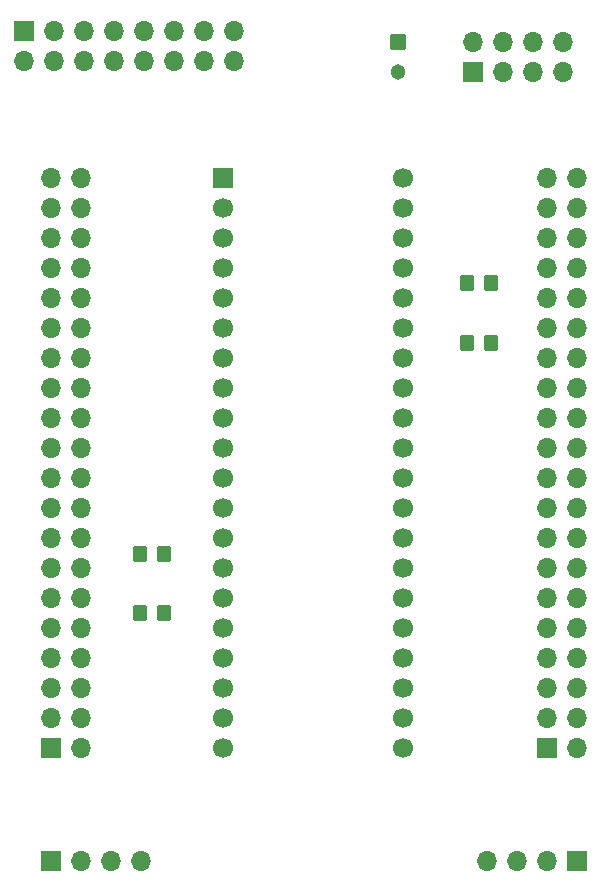
<source format=gbr>
%TF.GenerationSoftware,KiCad,Pcbnew,8.0.6*%
%TF.CreationDate,2024-11-07T15:38:19-03:00*%
%TF.ProjectId,Blue Pill extension board v2 (sin PTH),426c7565-2050-4696-9c6c-20657874656e,rev?*%
%TF.SameCoordinates,Original*%
%TF.FileFunction,Soldermask,Top*%
%TF.FilePolarity,Negative*%
%FSLAX46Y46*%
G04 Gerber Fmt 4.6, Leading zero omitted, Abs format (unit mm)*
G04 Created by KiCad (PCBNEW 8.0.6) date 2024-11-07 15:38:19*
%MOMM*%
%LPD*%
G01*
G04 APERTURE LIST*
G04 Aperture macros list*
%AMRoundRect*
0 Rectangle with rounded corners*
0 $1 Rounding radius*
0 $2 $3 $4 $5 $6 $7 $8 $9 X,Y pos of 4 corners*
0 Add a 4 corners polygon primitive as box body*
4,1,4,$2,$3,$4,$5,$6,$7,$8,$9,$2,$3,0*
0 Add four circle primitives for the rounded corners*
1,1,$1+$1,$2,$3*
1,1,$1+$1,$4,$5*
1,1,$1+$1,$6,$7*
1,1,$1+$1,$8,$9*
0 Add four rect primitives between the rounded corners*
20,1,$1+$1,$2,$3,$4,$5,0*
20,1,$1+$1,$4,$5,$6,$7,0*
20,1,$1+$1,$6,$7,$8,$9,0*
20,1,$1+$1,$8,$9,$2,$3,0*%
G04 Aperture macros list end*
%ADD10R,1.700000X1.700000*%
%ADD11O,1.700000X1.700000*%
%ADD12C,1.700000*%
%ADD13RoundRect,0.250000X-0.350000X-0.450000X0.350000X-0.450000X0.350000X0.450000X-0.350000X0.450000X0*%
%ADD14C,1.304000*%
%ADD15RoundRect,0.102000X-0.550000X0.550000X-0.550000X-0.550000X0.550000X-0.550000X0.550000X0.550000X0*%
%ADD16RoundRect,0.250000X0.350000X0.450000X-0.350000X0.450000X-0.350000X-0.450000X0.350000X-0.450000X0*%
G04 APERTURE END LIST*
D10*
%TO.C,J2*%
X124675000Y-114730000D03*
D11*
X127215000Y-114730000D03*
X124675000Y-112190000D03*
X127215000Y-112190000D03*
X124675000Y-109650000D03*
X127215000Y-109650000D03*
X124675000Y-107110000D03*
X127215000Y-107110000D03*
X124675000Y-104570000D03*
X127215000Y-104570000D03*
X124675000Y-102030000D03*
X127215000Y-102030000D03*
X124675000Y-99490000D03*
X127215000Y-99490000D03*
X124675000Y-96950000D03*
X127215000Y-96950000D03*
X124675000Y-94410000D03*
X127215000Y-94410000D03*
X124675000Y-91870000D03*
X127215000Y-91870000D03*
X124675000Y-89330000D03*
X127215000Y-89330000D03*
X124675000Y-86790000D03*
X127215000Y-86790000D03*
X124675000Y-84250000D03*
X127215000Y-84250000D03*
X124675000Y-81710000D03*
X127215000Y-81710000D03*
X124675000Y-79170000D03*
X127215000Y-79170000D03*
X124675000Y-76630000D03*
X127215000Y-76630000D03*
X124675000Y-74090000D03*
X127215000Y-74090000D03*
X124675000Y-71550000D03*
X127215000Y-71550000D03*
X124675000Y-69010000D03*
X127215000Y-69010000D03*
X124675000Y-66470000D03*
X127215000Y-66470000D03*
%TD*%
D10*
%TO.C,U1*%
X139250000Y-66470000D03*
D12*
X139250000Y-69010000D03*
X139250000Y-71550000D03*
X139250000Y-74090000D03*
X139250000Y-76630000D03*
X139250000Y-79170000D03*
X139250000Y-81710000D03*
X139250000Y-84250000D03*
X139250000Y-86790000D03*
X139250000Y-89330000D03*
X139250000Y-91870000D03*
X139250000Y-94410000D03*
X139250000Y-96950000D03*
X139250000Y-99490000D03*
X139250000Y-102030000D03*
X139250000Y-104570000D03*
X139250000Y-107110000D03*
X139250000Y-109650000D03*
X139250000Y-112190000D03*
X139250000Y-114730000D03*
X154490000Y-114730000D03*
X154490000Y-112190000D03*
X154490000Y-109650000D03*
X154490000Y-107110000D03*
X154490000Y-104570000D03*
X154490000Y-102030000D03*
X154490000Y-99490000D03*
X154490000Y-96950000D03*
X154490000Y-94410000D03*
X154490000Y-91870000D03*
X154490000Y-89330000D03*
X154490000Y-86790000D03*
X154490000Y-84250000D03*
X154490000Y-81710000D03*
X154490000Y-79170000D03*
X154490000Y-76630000D03*
X154490000Y-74090000D03*
X154490000Y-71550000D03*
X154490000Y-69010000D03*
X154490000Y-66470000D03*
%TD*%
D10*
%TO.C,J4*%
X166675000Y-114730000D03*
D11*
X169215000Y-114730000D03*
X166675000Y-112190000D03*
X169215000Y-112190000D03*
X166675000Y-109650000D03*
X169215000Y-109650000D03*
X166675000Y-107110000D03*
X169215000Y-107110000D03*
X166675000Y-104570000D03*
X169215000Y-104570000D03*
X166675000Y-102030000D03*
X169215000Y-102030000D03*
X166675000Y-99490000D03*
X169215000Y-99490000D03*
X166675000Y-96950000D03*
X169215000Y-96950000D03*
X166675000Y-94410000D03*
X169215000Y-94410000D03*
X166675000Y-91870000D03*
X169215000Y-91870000D03*
X166675000Y-89330000D03*
X169215000Y-89330000D03*
X166675000Y-86790000D03*
X169215000Y-86790000D03*
X166675000Y-84250000D03*
X169215000Y-84250000D03*
X166675000Y-81710000D03*
X169215000Y-81710000D03*
X166675000Y-79170000D03*
X169215000Y-79170000D03*
X166675000Y-76630000D03*
X169215000Y-76630000D03*
X166675000Y-74090000D03*
X169215000Y-74090000D03*
X166675000Y-71550000D03*
X169215000Y-71550000D03*
X166675000Y-69010000D03*
X169215000Y-69010000D03*
X166675000Y-66470000D03*
X169215000Y-66470000D03*
%TD*%
D10*
%TO.C,J3*%
X122395000Y-54030000D03*
D11*
X122395000Y-56570000D03*
X124935000Y-54030000D03*
X124935000Y-56570000D03*
X127475000Y-54030000D03*
X127475000Y-56570000D03*
X130015000Y-54030000D03*
X130015000Y-56570000D03*
X132555000Y-54030000D03*
X132555000Y-56570000D03*
X135095000Y-54030000D03*
X135095000Y-56570000D03*
X137635000Y-54030000D03*
X137635000Y-56570000D03*
X140175000Y-54030000D03*
X140175000Y-56570000D03*
%TD*%
D13*
%TO.C,R3*%
X159875000Y-75350000D03*
X161875000Y-75350000D03*
%TD*%
D14*
%TO.C,C1*%
X154025000Y-57480000D03*
D15*
X154025000Y-54980000D03*
%TD*%
D10*
%TO.C,J5*%
X169175000Y-124280000D03*
D11*
X166635000Y-124280000D03*
X164095000Y-124280000D03*
X161555000Y-124280000D03*
%TD*%
D16*
%TO.C,R2*%
X134175000Y-98280000D03*
X132175000Y-98280000D03*
%TD*%
D13*
%TO.C,R4*%
X159895000Y-80430000D03*
X161895000Y-80430000D03*
%TD*%
D10*
%TO.C,J1*%
X160405000Y-57520000D03*
D11*
X160405000Y-54980000D03*
X162945000Y-57520000D03*
X162945000Y-54980000D03*
X165485000Y-57520000D03*
X165485000Y-54980000D03*
X168025000Y-57520000D03*
X168025000Y-54980000D03*
%TD*%
D13*
%TO.C,R1*%
X132175000Y-103280000D03*
X134175000Y-103280000D03*
%TD*%
D10*
%TO.C,J6*%
X124675000Y-124280000D03*
D11*
X127215000Y-124280000D03*
X129755000Y-124280000D03*
X132295000Y-124280000D03*
%TD*%
M02*

</source>
